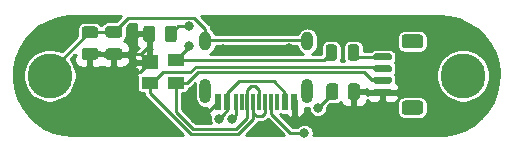
<source format=gbr>
%TF.GenerationSoftware,KiCad,Pcbnew,5.1.10-88a1d61d58~90~ubuntu20.04.1*%
%TF.CreationDate,2022-01-21T20:21:18-08:00*%
%TF.ProjectId,kb-db,6b622d64-622e-46b6-9963-61645f706362,rev?*%
%TF.SameCoordinates,Original*%
%TF.FileFunction,Copper,L1,Top*%
%TF.FilePolarity,Positive*%
%FSLAX46Y46*%
G04 Gerber Fmt 4.6, Leading zero omitted, Abs format (unit mm)*
G04 Created by KiCad (PCBNEW 5.1.10-88a1d61d58~90~ubuntu20.04.1) date 2022-01-21 20:21:18*
%MOMM*%
%LPD*%
G01*
G04 APERTURE LIST*
%TA.AperFunction,ComponentPad*%
%ADD10C,3.800000*%
%TD*%
%TA.AperFunction,SMDPad,CuDef*%
%ADD11R,0.600000X1.450000*%
%TD*%
%TA.AperFunction,SMDPad,CuDef*%
%ADD12R,0.300000X1.450000*%
%TD*%
%TA.AperFunction,ComponentPad*%
%ADD13O,1.000000X2.100000*%
%TD*%
%TA.AperFunction,ComponentPad*%
%ADD14O,1.000000X1.600000*%
%TD*%
%TA.AperFunction,SMDPad,CuDef*%
%ADD15R,1.400000X1.000000*%
%TD*%
%TA.AperFunction,SMDPad,CuDef*%
%ADD16R,1.400000X1.200000*%
%TD*%
%TA.AperFunction,ViaPad*%
%ADD17C,0.800000*%
%TD*%
%TA.AperFunction,Conductor*%
%ADD18C,0.250000*%
%TD*%
%TA.AperFunction,Conductor*%
%ADD19C,0.254000*%
%TD*%
%TA.AperFunction,Conductor*%
%ADD20C,0.100000*%
%TD*%
G04 APERTURE END LIST*
D10*
%TO.P,H2,1*%
%TO.N,Earth*%
X61487000Y-63472000D03*
%TD*%
%TO.P,H1,1*%
%TO.N,Net-(H1-Pad1)*%
X96487000Y-63472000D03*
%TD*%
%TO.P,J1,MP*%
%TO.N,N/C*%
%TA.AperFunction,SMDPad,CuDef*%
G36*
G01*
X91551999Y-65579000D02*
X92852001Y-65579000D01*
G75*
G02*
X93102000Y-65828999I0J-249999D01*
G01*
X93102000Y-66529001D01*
G75*
G02*
X92852001Y-66779000I-249999J0D01*
G01*
X91551999Y-66779000D01*
G75*
G02*
X91302000Y-66529001I0J249999D01*
G01*
X91302000Y-65828999D01*
G75*
G02*
X91551999Y-65579000I249999J0D01*
G01*
G37*
%TD.AperFunction*%
%TA.AperFunction,SMDPad,CuDef*%
G36*
G01*
X91551999Y-59979000D02*
X92852001Y-59979000D01*
G75*
G02*
X93102000Y-60228999I0J-249999D01*
G01*
X93102000Y-60929001D01*
G75*
G02*
X92852001Y-61179000I-249999J0D01*
G01*
X91551999Y-61179000D01*
G75*
G02*
X91302000Y-60929001I0J249999D01*
G01*
X91302000Y-60228999D01*
G75*
G02*
X91551999Y-59979000I249999J0D01*
G01*
G37*
%TD.AperFunction*%
%TO.P,J1,4*%
%TO.N,GND*%
%TA.AperFunction,SMDPad,CuDef*%
G36*
G01*
X89052000Y-64579000D02*
X90302000Y-64579000D01*
G75*
G02*
X90452000Y-64729000I0J-150000D01*
G01*
X90452000Y-65029000D01*
G75*
G02*
X90302000Y-65179000I-150000J0D01*
G01*
X89052000Y-65179000D01*
G75*
G02*
X88902000Y-65029000I0J150000D01*
G01*
X88902000Y-64729000D01*
G75*
G02*
X89052000Y-64579000I150000J0D01*
G01*
G37*
%TD.AperFunction*%
%TO.P,J1,3*%
%TO.N,D+*%
%TA.AperFunction,SMDPad,CuDef*%
G36*
G01*
X89052000Y-63579000D02*
X90302000Y-63579000D01*
G75*
G02*
X90452000Y-63729000I0J-150000D01*
G01*
X90452000Y-64029000D01*
G75*
G02*
X90302000Y-64179000I-150000J0D01*
G01*
X89052000Y-64179000D01*
G75*
G02*
X88902000Y-64029000I0J150000D01*
G01*
X88902000Y-63729000D01*
G75*
G02*
X89052000Y-63579000I150000J0D01*
G01*
G37*
%TD.AperFunction*%
%TO.P,J1,2*%
%TO.N,D-*%
%TA.AperFunction,SMDPad,CuDef*%
G36*
G01*
X89052000Y-62579000D02*
X90302000Y-62579000D01*
G75*
G02*
X90452000Y-62729000I0J-150000D01*
G01*
X90452000Y-63029000D01*
G75*
G02*
X90302000Y-63179000I-150000J0D01*
G01*
X89052000Y-63179000D01*
G75*
G02*
X88902000Y-63029000I0J150000D01*
G01*
X88902000Y-62729000D01*
G75*
G02*
X89052000Y-62579000I150000J0D01*
G01*
G37*
%TD.AperFunction*%
%TO.P,J1,1*%
%TO.N,+5V*%
%TA.AperFunction,SMDPad,CuDef*%
G36*
G01*
X89052000Y-61579000D02*
X90302000Y-61579000D01*
G75*
G02*
X90452000Y-61729000I0J-150000D01*
G01*
X90452000Y-62029000D01*
G75*
G02*
X90302000Y-62179000I-150000J0D01*
G01*
X89052000Y-62179000D01*
G75*
G02*
X88902000Y-62029000I0J150000D01*
G01*
X88902000Y-61729000D01*
G75*
G02*
X89052000Y-61579000I150000J0D01*
G01*
G37*
%TD.AperFunction*%
%TD*%
%TO.P,C1,2*%
%TO.N,GND*%
%TA.AperFunction,SMDPad,CuDef*%
G36*
G01*
X66454000Y-61156000D02*
X67404000Y-61156000D01*
G75*
G02*
X67654000Y-61406000I0J-250000D01*
G01*
X67654000Y-61906000D01*
G75*
G02*
X67404000Y-62156000I-250000J0D01*
G01*
X66454000Y-62156000D01*
G75*
G02*
X66204000Y-61906000I0J250000D01*
G01*
X66204000Y-61406000D01*
G75*
G02*
X66454000Y-61156000I250000J0D01*
G01*
G37*
%TD.AperFunction*%
%TO.P,C1,1*%
%TO.N,Earth*%
%TA.AperFunction,SMDPad,CuDef*%
G36*
G01*
X66454000Y-59256000D02*
X67404000Y-59256000D01*
G75*
G02*
X67654000Y-59506000I0J-250000D01*
G01*
X67654000Y-60006000D01*
G75*
G02*
X67404000Y-60256000I-250000J0D01*
G01*
X66454000Y-60256000D01*
G75*
G02*
X66204000Y-60006000I0J250000D01*
G01*
X66204000Y-59506000D01*
G75*
G02*
X66454000Y-59256000I250000J0D01*
G01*
G37*
%TD.AperFunction*%
%TD*%
D11*
%TO.P,USB1,12*%
%TO.N,GND*%
X75767000Y-65674000D03*
%TO.P,USB1,1*%
X82217000Y-65674000D03*
%TO.P,USB1,11*%
%TO.N,VCC*%
X76542000Y-65674000D03*
%TO.P,USB1,2*%
X81442000Y-65674000D03*
D12*
%TO.P,USB1,3*%
%TO.N,Net-(USB1-Pad3)*%
X80742000Y-65674000D03*
%TO.P,USB1,10*%
%TO.N,Net-(R2-Pad2)*%
X77242000Y-65674000D03*
%TO.P,USB1,4*%
%TO.N,Net-(R1-Pad2)*%
X80242000Y-65674000D03*
%TO.P,USB1,9*%
%TO.N,Net-(USB1-Pad9)*%
X77742000Y-65674000D03*
%TO.P,USB1,5*%
%TO.N,D-*%
X79742000Y-65674000D03*
%TO.P,USB1,8*%
%TO.N,D+*%
X78242000Y-65674000D03*
%TO.P,USB1,7*%
%TO.N,D-*%
X78742000Y-65674000D03*
%TO.P,USB1,6*%
%TO.N,D+*%
X79242000Y-65674000D03*
D13*
%TO.P,USB1,13*%
%TO.N,Earth*%
X83312000Y-64759000D03*
X74672000Y-64759000D03*
D14*
X83312000Y-60579000D03*
X74672000Y-60579000D03*
%TD*%
%TO.P,R5,2*%
%TO.N,GND*%
%TA.AperFunction,SMDPad,CuDef*%
G36*
G01*
X64446998Y-61129500D02*
X65347002Y-61129500D01*
G75*
G02*
X65597000Y-61379498I0J-249998D01*
G01*
X65597000Y-61904502D01*
G75*
G02*
X65347002Y-62154500I-249998J0D01*
G01*
X64446998Y-62154500D01*
G75*
G02*
X64197000Y-61904502I0J249998D01*
G01*
X64197000Y-61379498D01*
G75*
G02*
X64446998Y-61129500I249998J0D01*
G01*
G37*
%TD.AperFunction*%
%TO.P,R5,1*%
%TO.N,Earth*%
%TA.AperFunction,SMDPad,CuDef*%
G36*
G01*
X64446998Y-59304500D02*
X65347002Y-59304500D01*
G75*
G02*
X65597000Y-59554498I0J-249998D01*
G01*
X65597000Y-60079502D01*
G75*
G02*
X65347002Y-60329500I-249998J0D01*
G01*
X64446998Y-60329500D01*
G75*
G02*
X64197000Y-60079502I0J249998D01*
G01*
X64197000Y-59554498D01*
G75*
G02*
X64446998Y-59304500I249998J0D01*
G01*
G37*
%TD.AperFunction*%
%TD*%
%TO.P,R2,2*%
%TO.N,Net-(R2-Pad2)*%
%TA.AperFunction,SMDPad,CuDef*%
G36*
G01*
X71242500Y-60394002D02*
X71242500Y-59493998D01*
G75*
G02*
X71492498Y-59244000I249998J0D01*
G01*
X72017502Y-59244000D01*
G75*
G02*
X72267500Y-59493998I0J-249998D01*
G01*
X72267500Y-60394002D01*
G75*
G02*
X72017502Y-60644000I-249998J0D01*
G01*
X71492498Y-60644000D01*
G75*
G02*
X71242500Y-60394002I0J249998D01*
G01*
G37*
%TD.AperFunction*%
%TO.P,R2,1*%
%TO.N,GND*%
%TA.AperFunction,SMDPad,CuDef*%
G36*
G01*
X69417500Y-60394002D02*
X69417500Y-59493998D01*
G75*
G02*
X69667498Y-59244000I249998J0D01*
G01*
X70192502Y-59244000D01*
G75*
G02*
X70442500Y-59493998I0J-249998D01*
G01*
X70442500Y-60394002D01*
G75*
G02*
X70192502Y-60644000I-249998J0D01*
G01*
X69667498Y-60644000D01*
G75*
G02*
X69417500Y-60394002I0J249998D01*
G01*
G37*
%TD.AperFunction*%
%TD*%
%TO.P,R1,2*%
%TO.N,Net-(R1-Pad2)*%
%TA.AperFunction,SMDPad,CuDef*%
G36*
G01*
X85936500Y-64379998D02*
X85936500Y-65280002D01*
G75*
G02*
X85686502Y-65530000I-249998J0D01*
G01*
X85161498Y-65530000D01*
G75*
G02*
X84911500Y-65280002I0J249998D01*
G01*
X84911500Y-64379998D01*
G75*
G02*
X85161498Y-64130000I249998J0D01*
G01*
X85686502Y-64130000D01*
G75*
G02*
X85936500Y-64379998I0J-249998D01*
G01*
G37*
%TD.AperFunction*%
%TO.P,R1,1*%
%TO.N,GND*%
%TA.AperFunction,SMDPad,CuDef*%
G36*
G01*
X87761500Y-64379998D02*
X87761500Y-65280002D01*
G75*
G02*
X87511502Y-65530000I-249998J0D01*
G01*
X86986498Y-65530000D01*
G75*
G02*
X86736500Y-65280002I0J249998D01*
G01*
X86736500Y-64379998D01*
G75*
G02*
X86986498Y-64130000I249998J0D01*
G01*
X87511502Y-64130000D01*
G75*
G02*
X87761500Y-64379998I0J-249998D01*
G01*
G37*
%TD.AperFunction*%
%TD*%
%TO.P,F1,2*%
%TO.N,VCC*%
%TA.AperFunction,SMDPad,CuDef*%
G36*
G01*
X85824500Y-61071750D02*
X85824500Y-61984250D01*
G75*
G02*
X85580750Y-62228000I-243750J0D01*
G01*
X85093250Y-62228000D01*
G75*
G02*
X84849500Y-61984250I0J243750D01*
G01*
X84849500Y-61071750D01*
G75*
G02*
X85093250Y-60828000I243750J0D01*
G01*
X85580750Y-60828000D01*
G75*
G02*
X85824500Y-61071750I0J-243750D01*
G01*
G37*
%TD.AperFunction*%
%TO.P,F1,1*%
%TO.N,+5V*%
%TA.AperFunction,SMDPad,CuDef*%
G36*
G01*
X87699500Y-61071750D02*
X87699500Y-61984250D01*
G75*
G02*
X87455750Y-62228000I-243750J0D01*
G01*
X86968250Y-62228000D01*
G75*
G02*
X86724500Y-61984250I0J243750D01*
G01*
X86724500Y-61071750D01*
G75*
G02*
X86968250Y-60828000I243750J0D01*
G01*
X87455750Y-60828000D01*
G75*
G02*
X87699500Y-61071750I0J-243750D01*
G01*
G37*
%TD.AperFunction*%
%TD*%
D15*
%TO.P,D1,4*%
%TO.N,VCC*%
X72177000Y-62177000D03*
%TO.P,D1,3*%
%TO.N,D+*%
X72177000Y-64077000D03*
%TO.P,D1,2*%
%TO.N,D-*%
X69977000Y-64077000D03*
D16*
%TO.P,D1,1*%
%TO.N,GND*%
X69977000Y-62357000D03*
%TD*%
D17*
%TO.N,VCC*%
X73279000Y-60960000D03*
X75853014Y-67116004D03*
%TO.N,GND*%
X76156217Y-61259944D03*
X82169000Y-67564000D03*
X73785365Y-67110635D03*
X68700000Y-63179000D03*
X79936000Y-68072000D03*
X81781000Y-61147000D03*
%TO.N,Net-(R1-Pad2)*%
X83058000Y-68326000D03*
X84194000Y-66227000D03*
%TO.N,Net-(R2-Pad2)*%
X76955000Y-67116002D03*
X73279000Y-59309000D03*
%TD*%
D18*
%TO.N,Earth*%
X66868000Y-59817000D02*
X66929000Y-59756000D01*
X64897000Y-59817000D02*
X66868000Y-59817000D01*
X64823000Y-59817000D02*
X64897000Y-59817000D01*
X61487000Y-63153000D02*
X64823000Y-59817000D01*
X61487000Y-63472000D02*
X61487000Y-63153000D01*
X66929000Y-59756000D02*
X68101001Y-58583999D01*
X74672000Y-59499000D02*
X73756999Y-58583999D01*
X74672000Y-60579000D02*
X74672000Y-59499000D01*
X68101001Y-58583999D02*
X73756999Y-58583999D01*
X83154999Y-60421999D02*
X83312000Y-60579000D01*
X74829001Y-60421999D02*
X83154999Y-60421999D01*
X74672000Y-60579000D02*
X74829001Y-60421999D01*
%TO.N,VCC*%
X81442000Y-64913998D02*
X81442000Y-65674000D01*
X80466992Y-63938990D02*
X81442000Y-64913998D01*
X77517008Y-63938990D02*
X80466992Y-63938990D01*
X76542000Y-64913998D02*
X77517008Y-63938990D01*
X76542000Y-65674000D02*
X76542000Y-64913998D01*
X73279000Y-61075000D02*
X72177000Y-62177000D01*
X73279000Y-60960000D02*
X73279000Y-61075000D01*
X76542000Y-66427018D02*
X76253013Y-66716005D01*
X76253013Y-66716005D02*
X75853014Y-67116004D01*
X76542000Y-65674000D02*
X76542000Y-66427018D01*
X84688000Y-62177000D02*
X85337000Y-61528000D01*
X72177000Y-62177000D02*
X84688000Y-62177000D01*
%TO.N,+5V*%
X87563000Y-61879000D02*
X87212000Y-61528000D01*
X89677000Y-61879000D02*
X87563000Y-61879000D01*
%TO.N,GND*%
X82169000Y-65722000D02*
X82217000Y-65674000D01*
X82169000Y-67564000D02*
X82169000Y-65722000D01*
X74330365Y-67110635D02*
X73785365Y-67110635D01*
X75767000Y-65674000D02*
X74330365Y-67110635D01*
X69262000Y-61642000D02*
X69977000Y-62357000D01*
X64897000Y-61642000D02*
X69262000Y-61642000D01*
X69930000Y-60974000D02*
X69262000Y-61642000D01*
X69930000Y-59944000D02*
X69930000Y-60974000D01*
X69155000Y-63179000D02*
X69977000Y-62357000D01*
X68700000Y-63179000D02*
X69155000Y-63179000D01*
X87298000Y-64879000D02*
X87249000Y-64830000D01*
X89677000Y-64879000D02*
X87298000Y-64879000D01*
X89677000Y-65390000D02*
X89677000Y-64879000D01*
X88078000Y-66989000D02*
X89677000Y-65390000D01*
X82744000Y-66989000D02*
X88078000Y-66989000D01*
X82169000Y-67564000D02*
X82744000Y-66989000D01*
%TO.N,D+*%
X78242000Y-64713998D02*
X78566998Y-64389000D01*
X78242000Y-65674000D02*
X78242000Y-64713998D01*
X79242000Y-64713998D02*
X79242000Y-65674000D01*
X78917002Y-64389000D02*
X79242000Y-64713998D01*
X78566998Y-64389000D02*
X78917002Y-64389000D01*
X78242000Y-65674000D02*
X78242000Y-67029004D01*
X78242000Y-67029004D02*
X77266004Y-68005000D01*
X72177000Y-66527590D02*
X72177000Y-64077000D01*
X73654410Y-68005000D02*
X72177000Y-66527590D01*
X77266004Y-68005000D02*
X73654410Y-68005000D01*
X89675000Y-63881000D02*
X89677000Y-63879000D01*
X88767500Y-63879000D02*
X89677000Y-63879000D01*
X88067500Y-63179000D02*
X88767500Y-63879000D01*
X74034000Y-63179000D02*
X88067500Y-63179000D01*
X73145000Y-64068000D02*
X74034000Y-63179000D01*
X72186000Y-64068000D02*
X73145000Y-64068000D01*
X72177000Y-64077000D02*
X72186000Y-64068000D01*
%TO.N,D-*%
X78742000Y-66634002D02*
X79036998Y-66929000D01*
X78742000Y-65674000D02*
X78742000Y-66634002D01*
X79742000Y-66634002D02*
X79742000Y-65674000D01*
X79447002Y-66929000D02*
X79742000Y-66634002D01*
X79036998Y-66929000D02*
X79447002Y-66929000D01*
X69977000Y-64964000D02*
X69977000Y-64077000D01*
X77452404Y-68455011D02*
X73468011Y-68455011D01*
X78742000Y-67165415D02*
X77452404Y-68455011D01*
X73468011Y-68455011D02*
X69977000Y-64964000D01*
X78742000Y-66634002D02*
X78742000Y-67165415D01*
X89526990Y-62728990D02*
X89677000Y-62879000D01*
X73847600Y-62728990D02*
X89526990Y-62728990D01*
X73397590Y-63179000D02*
X73847600Y-62728990D01*
X71075000Y-63179000D02*
X73397590Y-63179000D01*
X70177000Y-64077000D02*
X71075000Y-63179000D01*
X69977000Y-64077000D02*
X70177000Y-64077000D01*
%TO.N,Net-(R1-Pad2)*%
X80242000Y-66710002D02*
X81857998Y-68326000D01*
X80242000Y-65674000D02*
X80242000Y-66710002D01*
X81857998Y-68326000D02*
X83058000Y-68326000D01*
X84254000Y-66167000D02*
X84194000Y-66227000D01*
X85424000Y-64997000D02*
X84194000Y-66227000D01*
X85424000Y-64830000D02*
X85424000Y-64997000D01*
%TO.N,Net-(R2-Pad2)*%
X77242000Y-66829002D02*
X76955000Y-67116002D01*
X77242000Y-65674000D02*
X77242000Y-66829002D01*
X72390000Y-59309000D02*
X71755000Y-59944000D01*
X73279000Y-59309000D02*
X72390000Y-59309000D01*
%TD*%
D19*
%TO.N,GND*%
X81332406Y-68516000D02*
X78107006Y-68516000D01*
X79082220Y-67540787D01*
X79101527Y-67524942D01*
X79164759Y-67447894D01*
X79171651Y-67435000D01*
X79422156Y-67435000D01*
X79447002Y-67437447D01*
X79471848Y-67435000D01*
X79471856Y-67435000D01*
X79546195Y-67427678D01*
X79641577Y-67398745D01*
X79729481Y-67351759D01*
X79806529Y-67288527D01*
X79822378Y-67269215D01*
X79954000Y-67137593D01*
X81332406Y-68516000D01*
%TA.AperFunction,Conductor*%
D20*
G36*
X81332406Y-68516000D02*
G01*
X78107006Y-68516000D01*
X79082220Y-67540787D01*
X79101527Y-67524942D01*
X79164759Y-67447894D01*
X79171651Y-67435000D01*
X79422156Y-67435000D01*
X79447002Y-67437447D01*
X79471848Y-67435000D01*
X79471856Y-67435000D01*
X79546195Y-67427678D01*
X79641577Y-67398745D01*
X79729481Y-67351759D01*
X79806529Y-67288527D01*
X79822378Y-67269215D01*
X79954000Y-67137593D01*
X81332406Y-68516000D01*
G37*
%TD.AperFunction*%
D19*
X67096252Y-58873157D02*
X66454000Y-58873157D01*
X66330538Y-58885317D01*
X66211821Y-58921329D01*
X66102411Y-58979810D01*
X66006512Y-59058512D01*
X65927810Y-59154411D01*
X65887538Y-59229754D01*
X65873190Y-59202910D01*
X65794488Y-59107012D01*
X65698590Y-59028310D01*
X65589180Y-58969829D01*
X65470463Y-58933817D01*
X65347002Y-58921657D01*
X64446998Y-58921657D01*
X64323537Y-58933817D01*
X64204820Y-58969829D01*
X64095410Y-59028310D01*
X63999512Y-59107012D01*
X63920810Y-59202910D01*
X63862329Y-59312320D01*
X63826317Y-59431037D01*
X63814157Y-59554498D01*
X63814157Y-60079502D01*
X63816914Y-60107494D01*
X62501235Y-61423173D01*
X62152343Y-61278657D01*
X61711659Y-61191000D01*
X61262341Y-61191000D01*
X60821657Y-61278657D01*
X60406541Y-61450604D01*
X60032947Y-61700231D01*
X59715231Y-62017947D01*
X59465604Y-62391541D01*
X59293657Y-62806657D01*
X59206000Y-63247341D01*
X59206000Y-63696659D01*
X59293657Y-64137343D01*
X59465604Y-64552459D01*
X59715231Y-64926053D01*
X60032947Y-65243769D01*
X60406541Y-65493396D01*
X60821657Y-65665343D01*
X61262341Y-65753000D01*
X61711659Y-65753000D01*
X62152343Y-65665343D01*
X62567459Y-65493396D01*
X62941053Y-65243769D01*
X63258769Y-64926053D01*
X63508396Y-64552459D01*
X63680343Y-64137343D01*
X63768000Y-63696659D01*
X63768000Y-63247341D01*
X63680343Y-62806657D01*
X63508396Y-62391541D01*
X63290362Y-62065229D01*
X63586590Y-61769002D01*
X63720748Y-61769002D01*
X63562000Y-61927750D01*
X63558928Y-62154500D01*
X63571188Y-62278982D01*
X63607498Y-62398680D01*
X63666463Y-62508994D01*
X63745815Y-62605685D01*
X63842506Y-62685037D01*
X63952820Y-62744002D01*
X64072518Y-62780312D01*
X64197000Y-62792572D01*
X64611250Y-62789500D01*
X64770000Y-62630750D01*
X64770000Y-61769000D01*
X65024000Y-61769000D01*
X65024000Y-62630750D01*
X65182750Y-62789500D01*
X65597000Y-62792572D01*
X65721482Y-62780312D01*
X65841180Y-62744002D01*
X65899097Y-62713044D01*
X65959820Y-62745502D01*
X66079518Y-62781812D01*
X66204000Y-62794072D01*
X66643250Y-62791000D01*
X66802000Y-62632250D01*
X66802000Y-61783000D01*
X67056000Y-61783000D01*
X67056000Y-62632250D01*
X67214750Y-62791000D01*
X67654000Y-62794072D01*
X67778482Y-62781812D01*
X67898180Y-62745502D01*
X68008494Y-62686537D01*
X68105185Y-62607185D01*
X68184537Y-62510494D01*
X68243502Y-62400180D01*
X68279812Y-62280482D01*
X68292072Y-62156000D01*
X68289000Y-61941750D01*
X68130250Y-61783000D01*
X67056000Y-61783000D01*
X66802000Y-61783000D01*
X66087250Y-61783000D01*
X66073250Y-61769000D01*
X65024000Y-61769000D01*
X64770000Y-61769000D01*
X64750000Y-61769000D01*
X64750000Y-61757000D01*
X68638928Y-61757000D01*
X68642000Y-62071250D01*
X68800750Y-62230000D01*
X69850000Y-62230000D01*
X69850000Y-61280750D01*
X69746250Y-61177000D01*
X69803000Y-61120250D01*
X69803000Y-60071000D01*
X68941250Y-60071000D01*
X68782500Y-60229750D01*
X68779428Y-60644000D01*
X68791688Y-60768482D01*
X68827998Y-60888180D01*
X68886963Y-60998494D01*
X68966315Y-61095185D01*
X69048597Y-61162712D01*
X69032820Y-61167498D01*
X68922506Y-61226463D01*
X68825815Y-61305815D01*
X68746463Y-61402506D01*
X68687498Y-61512820D01*
X68651188Y-61632518D01*
X68638928Y-61757000D01*
X64750000Y-61757000D01*
X64750000Y-61515000D01*
X64770000Y-61515000D01*
X64770000Y-61495000D01*
X65024000Y-61495000D01*
X65024000Y-61515000D01*
X65713750Y-61515000D01*
X65727750Y-61529000D01*
X66802000Y-61529000D01*
X66802000Y-61509000D01*
X67056000Y-61509000D01*
X67056000Y-61529000D01*
X68130250Y-61529000D01*
X68289000Y-61370250D01*
X68292072Y-61156000D01*
X68279812Y-61031518D01*
X68243502Y-60911820D01*
X68184537Y-60801506D01*
X68105185Y-60704815D01*
X68008494Y-60625463D01*
X67898180Y-60566498D01*
X67778482Y-60530188D01*
X67760220Y-60528389D01*
X67851488Y-60453488D01*
X67930190Y-60357589D01*
X67988671Y-60248179D01*
X68024683Y-60129462D01*
X68036843Y-60006000D01*
X68036843Y-59506000D01*
X68024683Y-59382538D01*
X68023140Y-59377452D01*
X68310593Y-59089999D01*
X68800642Y-59089999D01*
X68791688Y-59119518D01*
X68779428Y-59244000D01*
X68782500Y-59658250D01*
X68941250Y-59817000D01*
X69803000Y-59817000D01*
X69803000Y-59797000D01*
X70057000Y-59797000D01*
X70057000Y-59817000D01*
X70077000Y-59817000D01*
X70077000Y-60071000D01*
X70057000Y-60071000D01*
X70057000Y-61120250D01*
X70160750Y-61224000D01*
X70104000Y-61280750D01*
X70104000Y-62230000D01*
X70124000Y-62230000D01*
X70124000Y-62484000D01*
X70104000Y-62484000D01*
X70104000Y-62504000D01*
X69850000Y-62504000D01*
X69850000Y-62484000D01*
X68800750Y-62484000D01*
X68642000Y-62642750D01*
X68638928Y-62957000D01*
X68651188Y-63081482D01*
X68687498Y-63201180D01*
X68746463Y-63311494D01*
X68825815Y-63408185D01*
X68909286Y-63476687D01*
X68901513Y-63502311D01*
X68894157Y-63577000D01*
X68894157Y-64577000D01*
X68901513Y-64651689D01*
X68923299Y-64723508D01*
X68958678Y-64789696D01*
X69006289Y-64847711D01*
X69064304Y-64895322D01*
X69130492Y-64930701D01*
X69202311Y-64952487D01*
X69277000Y-64959843D01*
X69468962Y-64959843D01*
X69468553Y-64964000D01*
X69471000Y-64988846D01*
X69471000Y-64988853D01*
X69478322Y-65063192D01*
X69507255Y-65158574D01*
X69554241Y-65246479D01*
X69617473Y-65323527D01*
X69636785Y-65339376D01*
X72813408Y-68516000D01*
X63506309Y-68516000D01*
X62637420Y-68442274D01*
X61812125Y-68228070D01*
X61034725Y-67877877D01*
X60327434Y-67401701D01*
X59710493Y-66813167D01*
X59201534Y-66129103D01*
X58815107Y-65369055D01*
X58562265Y-64554774D01*
X58450237Y-63709526D01*
X58482223Y-62857491D01*
X58657313Y-62023022D01*
X58970496Y-61229993D01*
X59412827Y-60501054D01*
X59971640Y-59857080D01*
X60630978Y-59316456D01*
X61371972Y-58894658D01*
X62173445Y-58603737D01*
X63020934Y-58450486D01*
X63497750Y-58428000D01*
X67541408Y-58428000D01*
X67096252Y-58873157D01*
%TA.AperFunction,Conductor*%
D20*
G36*
X67096252Y-58873157D02*
G01*
X66454000Y-58873157D01*
X66330538Y-58885317D01*
X66211821Y-58921329D01*
X66102411Y-58979810D01*
X66006512Y-59058512D01*
X65927810Y-59154411D01*
X65887538Y-59229754D01*
X65873190Y-59202910D01*
X65794488Y-59107012D01*
X65698590Y-59028310D01*
X65589180Y-58969829D01*
X65470463Y-58933817D01*
X65347002Y-58921657D01*
X64446998Y-58921657D01*
X64323537Y-58933817D01*
X64204820Y-58969829D01*
X64095410Y-59028310D01*
X63999512Y-59107012D01*
X63920810Y-59202910D01*
X63862329Y-59312320D01*
X63826317Y-59431037D01*
X63814157Y-59554498D01*
X63814157Y-60079502D01*
X63816914Y-60107494D01*
X62501235Y-61423173D01*
X62152343Y-61278657D01*
X61711659Y-61191000D01*
X61262341Y-61191000D01*
X60821657Y-61278657D01*
X60406541Y-61450604D01*
X60032947Y-61700231D01*
X59715231Y-62017947D01*
X59465604Y-62391541D01*
X59293657Y-62806657D01*
X59206000Y-63247341D01*
X59206000Y-63696659D01*
X59293657Y-64137343D01*
X59465604Y-64552459D01*
X59715231Y-64926053D01*
X60032947Y-65243769D01*
X60406541Y-65493396D01*
X60821657Y-65665343D01*
X61262341Y-65753000D01*
X61711659Y-65753000D01*
X62152343Y-65665343D01*
X62567459Y-65493396D01*
X62941053Y-65243769D01*
X63258769Y-64926053D01*
X63508396Y-64552459D01*
X63680343Y-64137343D01*
X63768000Y-63696659D01*
X63768000Y-63247341D01*
X63680343Y-62806657D01*
X63508396Y-62391541D01*
X63290362Y-62065229D01*
X63586590Y-61769002D01*
X63720748Y-61769002D01*
X63562000Y-61927750D01*
X63558928Y-62154500D01*
X63571188Y-62278982D01*
X63607498Y-62398680D01*
X63666463Y-62508994D01*
X63745815Y-62605685D01*
X63842506Y-62685037D01*
X63952820Y-62744002D01*
X64072518Y-62780312D01*
X64197000Y-62792572D01*
X64611250Y-62789500D01*
X64770000Y-62630750D01*
X64770000Y-61769000D01*
X65024000Y-61769000D01*
X65024000Y-62630750D01*
X65182750Y-62789500D01*
X65597000Y-62792572D01*
X65721482Y-62780312D01*
X65841180Y-62744002D01*
X65899097Y-62713044D01*
X65959820Y-62745502D01*
X66079518Y-62781812D01*
X66204000Y-62794072D01*
X66643250Y-62791000D01*
X66802000Y-62632250D01*
X66802000Y-61783000D01*
X67056000Y-61783000D01*
X67056000Y-62632250D01*
X67214750Y-62791000D01*
X67654000Y-62794072D01*
X67778482Y-62781812D01*
X67898180Y-62745502D01*
X68008494Y-62686537D01*
X68105185Y-62607185D01*
X68184537Y-62510494D01*
X68243502Y-62400180D01*
X68279812Y-62280482D01*
X68292072Y-62156000D01*
X68289000Y-61941750D01*
X68130250Y-61783000D01*
X67056000Y-61783000D01*
X66802000Y-61783000D01*
X66087250Y-61783000D01*
X66073250Y-61769000D01*
X65024000Y-61769000D01*
X64770000Y-61769000D01*
X64750000Y-61769000D01*
X64750000Y-61757000D01*
X68638928Y-61757000D01*
X68642000Y-62071250D01*
X68800750Y-62230000D01*
X69850000Y-62230000D01*
X69850000Y-61280750D01*
X69746250Y-61177000D01*
X69803000Y-61120250D01*
X69803000Y-60071000D01*
X68941250Y-60071000D01*
X68782500Y-60229750D01*
X68779428Y-60644000D01*
X68791688Y-60768482D01*
X68827998Y-60888180D01*
X68886963Y-60998494D01*
X68966315Y-61095185D01*
X69048597Y-61162712D01*
X69032820Y-61167498D01*
X68922506Y-61226463D01*
X68825815Y-61305815D01*
X68746463Y-61402506D01*
X68687498Y-61512820D01*
X68651188Y-61632518D01*
X68638928Y-61757000D01*
X64750000Y-61757000D01*
X64750000Y-61515000D01*
X64770000Y-61515000D01*
X64770000Y-61495000D01*
X65024000Y-61495000D01*
X65024000Y-61515000D01*
X65713750Y-61515000D01*
X65727750Y-61529000D01*
X66802000Y-61529000D01*
X66802000Y-61509000D01*
X67056000Y-61509000D01*
X67056000Y-61529000D01*
X68130250Y-61529000D01*
X68289000Y-61370250D01*
X68292072Y-61156000D01*
X68279812Y-61031518D01*
X68243502Y-60911820D01*
X68184537Y-60801506D01*
X68105185Y-60704815D01*
X68008494Y-60625463D01*
X67898180Y-60566498D01*
X67778482Y-60530188D01*
X67760220Y-60528389D01*
X67851488Y-60453488D01*
X67930190Y-60357589D01*
X67988671Y-60248179D01*
X68024683Y-60129462D01*
X68036843Y-60006000D01*
X68036843Y-59506000D01*
X68024683Y-59382538D01*
X68023140Y-59377452D01*
X68310593Y-59089999D01*
X68800642Y-59089999D01*
X68791688Y-59119518D01*
X68779428Y-59244000D01*
X68782500Y-59658250D01*
X68941250Y-59817000D01*
X69803000Y-59817000D01*
X69803000Y-59797000D01*
X70057000Y-59797000D01*
X70057000Y-59817000D01*
X70077000Y-59817000D01*
X70077000Y-60071000D01*
X70057000Y-60071000D01*
X70057000Y-61120250D01*
X70160750Y-61224000D01*
X70104000Y-61280750D01*
X70104000Y-62230000D01*
X70124000Y-62230000D01*
X70124000Y-62484000D01*
X70104000Y-62484000D01*
X70104000Y-62504000D01*
X69850000Y-62504000D01*
X69850000Y-62484000D01*
X68800750Y-62484000D01*
X68642000Y-62642750D01*
X68638928Y-62957000D01*
X68651188Y-63081482D01*
X68687498Y-63201180D01*
X68746463Y-63311494D01*
X68825815Y-63408185D01*
X68909286Y-63476687D01*
X68901513Y-63502311D01*
X68894157Y-63577000D01*
X68894157Y-64577000D01*
X68901513Y-64651689D01*
X68923299Y-64723508D01*
X68958678Y-64789696D01*
X69006289Y-64847711D01*
X69064304Y-64895322D01*
X69130492Y-64930701D01*
X69202311Y-64952487D01*
X69277000Y-64959843D01*
X69468962Y-64959843D01*
X69468553Y-64964000D01*
X69471000Y-64988846D01*
X69471000Y-64988853D01*
X69478322Y-65063192D01*
X69507255Y-65158574D01*
X69554241Y-65246479D01*
X69617473Y-65323527D01*
X69636785Y-65339376D01*
X72813408Y-68516000D01*
X63506309Y-68516000D01*
X62637420Y-68442274D01*
X61812125Y-68228070D01*
X61034725Y-67877877D01*
X60327434Y-67401701D01*
X59710493Y-66813167D01*
X59201534Y-66129103D01*
X58815107Y-65369055D01*
X58562265Y-64554774D01*
X58450237Y-63709526D01*
X58482223Y-62857491D01*
X58657313Y-62023022D01*
X58970496Y-61229993D01*
X59412827Y-60501054D01*
X59971640Y-59857080D01*
X60630978Y-59316456D01*
X61371972Y-58894658D01*
X62173445Y-58603737D01*
X63020934Y-58450486D01*
X63497750Y-58428000D01*
X67541408Y-58428000D01*
X67096252Y-58873157D01*
G37*
%TD.AperFunction*%
D19*
X95336581Y-58501726D02*
X96161880Y-58715931D01*
X96939275Y-59066123D01*
X97646563Y-59542296D01*
X98263505Y-60130830D01*
X98772464Y-60814895D01*
X99158893Y-61574945D01*
X99411735Y-62389227D01*
X99523763Y-63234474D01*
X99491777Y-64086509D01*
X99316687Y-64920978D01*
X99003503Y-65714010D01*
X98561175Y-66442942D01*
X98002360Y-67086921D01*
X97343022Y-67627544D01*
X96602030Y-68049341D01*
X95800559Y-68340261D01*
X94953066Y-68493514D01*
X94476250Y-68516000D01*
X83816508Y-68516000D01*
X83839000Y-68402922D01*
X83839000Y-68249078D01*
X83808987Y-68098191D01*
X83750113Y-67956058D01*
X83664642Y-67828141D01*
X83555859Y-67719358D01*
X83427942Y-67633887D01*
X83285809Y-67575013D01*
X83134922Y-67545000D01*
X82981078Y-67545000D01*
X82830191Y-67575013D01*
X82688058Y-67633887D01*
X82560141Y-67719358D01*
X82459499Y-67820000D01*
X82067590Y-67820000D01*
X81009185Y-66761596D01*
X81017000Y-66759225D01*
X81067311Y-66774487D01*
X81142000Y-66781843D01*
X81409728Y-66781843D01*
X81465815Y-66850185D01*
X81562506Y-66929537D01*
X81672820Y-66988502D01*
X81792518Y-67024812D01*
X81917000Y-67037072D01*
X81931250Y-67034000D01*
X82090000Y-66875250D01*
X82090000Y-66556174D01*
X82095701Y-66545508D01*
X82117487Y-66473689D01*
X82124843Y-66399000D01*
X82124843Y-65527000D01*
X82344000Y-65527000D01*
X82344000Y-65547000D01*
X82364000Y-65547000D01*
X82364000Y-65801000D01*
X82344000Y-65801000D01*
X82344000Y-66875250D01*
X82502750Y-67034000D01*
X82517000Y-67037072D01*
X82641482Y-67024812D01*
X82761180Y-66988502D01*
X82871494Y-66929537D01*
X82968185Y-66850185D01*
X83047537Y-66753494D01*
X83106502Y-66643180D01*
X83142812Y-66523482D01*
X83155072Y-66399000D01*
X83153531Y-66178654D01*
X83312000Y-66194262D01*
X83413000Y-66184314D01*
X83413000Y-66303922D01*
X83443013Y-66454809D01*
X83501887Y-66596942D01*
X83587358Y-66724859D01*
X83696141Y-66833642D01*
X83824058Y-66919113D01*
X83966191Y-66977987D01*
X84117078Y-67008000D01*
X84270922Y-67008000D01*
X84421809Y-66977987D01*
X84563942Y-66919113D01*
X84691859Y-66833642D01*
X84800642Y-66724859D01*
X84886113Y-66596942D01*
X84944987Y-66454809D01*
X84975000Y-66303922D01*
X84975000Y-66161591D01*
X85223749Y-65912843D01*
X85686502Y-65912843D01*
X85809963Y-65900683D01*
X85928680Y-65864671D01*
X86038090Y-65806190D01*
X86133064Y-65728246D01*
X86146998Y-65774180D01*
X86205963Y-65884494D01*
X86285315Y-65981185D01*
X86382006Y-66060537D01*
X86492320Y-66119502D01*
X86612018Y-66155812D01*
X86736500Y-66168072D01*
X86963250Y-66165000D01*
X87122000Y-66006250D01*
X87122000Y-64957000D01*
X87376000Y-64957000D01*
X87376000Y-66006250D01*
X87534750Y-66165000D01*
X87761500Y-66168072D01*
X87885982Y-66155812D01*
X88005680Y-66119502D01*
X88115994Y-66060537D01*
X88212685Y-65981185D01*
X88292037Y-65884494D01*
X88321700Y-65828999D01*
X90919157Y-65828999D01*
X90919157Y-66529001D01*
X90931317Y-66652462D01*
X90967329Y-66771179D01*
X91025810Y-66880589D01*
X91104512Y-66976488D01*
X91200411Y-67055190D01*
X91309821Y-67113671D01*
X91428538Y-67149683D01*
X91551999Y-67161843D01*
X92852001Y-67161843D01*
X92975462Y-67149683D01*
X93094179Y-67113671D01*
X93203589Y-67055190D01*
X93299488Y-66976488D01*
X93378190Y-66880589D01*
X93436671Y-66771179D01*
X93472683Y-66652462D01*
X93484843Y-66529001D01*
X93484843Y-65828999D01*
X93472683Y-65705538D01*
X93436671Y-65586821D01*
X93378190Y-65477411D01*
X93299488Y-65381512D01*
X93203589Y-65302810D01*
X93094179Y-65244329D01*
X92975462Y-65208317D01*
X92852001Y-65196157D01*
X91551999Y-65196157D01*
X91428538Y-65208317D01*
X91309821Y-65244329D01*
X91200411Y-65302810D01*
X91104512Y-65381512D01*
X91025810Y-65477411D01*
X90967329Y-65586821D01*
X90931317Y-65705538D01*
X90919157Y-65828999D01*
X88321700Y-65828999D01*
X88351002Y-65774180D01*
X88387312Y-65654482D01*
X88396253Y-65563701D01*
X88450815Y-65630185D01*
X88547506Y-65709537D01*
X88657820Y-65768502D01*
X88777518Y-65804812D01*
X88902000Y-65817072D01*
X89391250Y-65814000D01*
X89550000Y-65655250D01*
X89550000Y-65006000D01*
X89804000Y-65006000D01*
X89804000Y-65655250D01*
X89962750Y-65814000D01*
X90452000Y-65817072D01*
X90576482Y-65804812D01*
X90696180Y-65768502D01*
X90806494Y-65709537D01*
X90903185Y-65630185D01*
X90982537Y-65533494D01*
X91041502Y-65423180D01*
X91077812Y-65303482D01*
X91090072Y-65179000D01*
X91087000Y-65164750D01*
X90928250Y-65006000D01*
X89804000Y-65006000D01*
X89550000Y-65006000D01*
X88425750Y-65006000D01*
X88356250Y-65075500D01*
X88237750Y-64957000D01*
X87376000Y-64957000D01*
X87122000Y-64957000D01*
X87102000Y-64957000D01*
X87102000Y-64703000D01*
X87122000Y-64703000D01*
X87122000Y-64683000D01*
X87376000Y-64683000D01*
X87376000Y-64703000D01*
X88237750Y-64703000D01*
X88307250Y-64633500D01*
X88425750Y-64752000D01*
X89550000Y-64752000D01*
X89550000Y-64732000D01*
X89804000Y-64732000D01*
X89804000Y-64752000D01*
X90928250Y-64752000D01*
X91087000Y-64593250D01*
X91090072Y-64579000D01*
X91077812Y-64454518D01*
X91041502Y-64334820D01*
X90982537Y-64224506D01*
X90903185Y-64127815D01*
X90830950Y-64068533D01*
X90834843Y-64029000D01*
X90834843Y-63729000D01*
X90824605Y-63625047D01*
X90794283Y-63525090D01*
X90745043Y-63432968D01*
X90700752Y-63379000D01*
X90745043Y-63325032D01*
X90786569Y-63247341D01*
X94206000Y-63247341D01*
X94206000Y-63696659D01*
X94293657Y-64137343D01*
X94465604Y-64552459D01*
X94715231Y-64926053D01*
X95032947Y-65243769D01*
X95406541Y-65493396D01*
X95821657Y-65665343D01*
X96262341Y-65753000D01*
X96711659Y-65753000D01*
X97152343Y-65665343D01*
X97567459Y-65493396D01*
X97941053Y-65243769D01*
X98258769Y-64926053D01*
X98508396Y-64552459D01*
X98680343Y-64137343D01*
X98768000Y-63696659D01*
X98768000Y-63247341D01*
X98680343Y-62806657D01*
X98508396Y-62391541D01*
X98258769Y-62017947D01*
X97941053Y-61700231D01*
X97567459Y-61450604D01*
X97152343Y-61278657D01*
X96711659Y-61191000D01*
X96262341Y-61191000D01*
X95821657Y-61278657D01*
X95406541Y-61450604D01*
X95032947Y-61700231D01*
X94715231Y-62017947D01*
X94465604Y-62391541D01*
X94293657Y-62806657D01*
X94206000Y-63247341D01*
X90786569Y-63247341D01*
X90794283Y-63232910D01*
X90824605Y-63132953D01*
X90834843Y-63029000D01*
X90834843Y-62729000D01*
X90824605Y-62625047D01*
X90794283Y-62525090D01*
X90745043Y-62432968D01*
X90700752Y-62379000D01*
X90745043Y-62325032D01*
X90794283Y-62232910D01*
X90824605Y-62132953D01*
X90834843Y-62029000D01*
X90834843Y-61729000D01*
X90824605Y-61625047D01*
X90794283Y-61525090D01*
X90745043Y-61432968D01*
X90678777Y-61352223D01*
X90598032Y-61285957D01*
X90505910Y-61236717D01*
X90405953Y-61206395D01*
X90302000Y-61196157D01*
X89052000Y-61196157D01*
X88948047Y-61206395D01*
X88848090Y-61236717D01*
X88755968Y-61285957D01*
X88675223Y-61352223D01*
X88658172Y-61373000D01*
X88082343Y-61373000D01*
X88082343Y-61071750D01*
X88070303Y-60949508D01*
X88034646Y-60831963D01*
X87976743Y-60723634D01*
X87898818Y-60628682D01*
X87803866Y-60550757D01*
X87695537Y-60492854D01*
X87577992Y-60457197D01*
X87455750Y-60445157D01*
X86968250Y-60445157D01*
X86846008Y-60457197D01*
X86728463Y-60492854D01*
X86620134Y-60550757D01*
X86525182Y-60628682D01*
X86447257Y-60723634D01*
X86389354Y-60831963D01*
X86353697Y-60949508D01*
X86341657Y-61071750D01*
X86341657Y-61984250D01*
X86353697Y-62106492D01*
X86389036Y-62222990D01*
X86159964Y-62222990D01*
X86195303Y-62106492D01*
X86207343Y-61984250D01*
X86207343Y-61071750D01*
X86195303Y-60949508D01*
X86159646Y-60831963D01*
X86101743Y-60723634D01*
X86023818Y-60628682D01*
X85928866Y-60550757D01*
X85820537Y-60492854D01*
X85702992Y-60457197D01*
X85580750Y-60445157D01*
X85093250Y-60445157D01*
X84971008Y-60457197D01*
X84853463Y-60492854D01*
X84745134Y-60550757D01*
X84650182Y-60628682D01*
X84572257Y-60723634D01*
X84514354Y-60831963D01*
X84478697Y-60949508D01*
X84466657Y-61071750D01*
X84466657Y-61671000D01*
X83699183Y-61671000D01*
X83803824Y-61615068D01*
X83937975Y-61504975D01*
X84048068Y-61370825D01*
X84129875Y-61217775D01*
X84180252Y-61051706D01*
X84193000Y-60922273D01*
X84193000Y-60235727D01*
X84192338Y-60228999D01*
X90919157Y-60228999D01*
X90919157Y-60929001D01*
X90931317Y-61052462D01*
X90967329Y-61171179D01*
X91025810Y-61280589D01*
X91104512Y-61376488D01*
X91200411Y-61455190D01*
X91309821Y-61513671D01*
X91428538Y-61549683D01*
X91551999Y-61561843D01*
X92852001Y-61561843D01*
X92975462Y-61549683D01*
X93094179Y-61513671D01*
X93203589Y-61455190D01*
X93299488Y-61376488D01*
X93378190Y-61280589D01*
X93436671Y-61171179D01*
X93472683Y-61052462D01*
X93484843Y-60929001D01*
X93484843Y-60228999D01*
X93472683Y-60105538D01*
X93436671Y-59986821D01*
X93378190Y-59877411D01*
X93299488Y-59781512D01*
X93203589Y-59702810D01*
X93094179Y-59644329D01*
X92975462Y-59608317D01*
X92852001Y-59596157D01*
X91551999Y-59596157D01*
X91428538Y-59608317D01*
X91309821Y-59644329D01*
X91200411Y-59702810D01*
X91104512Y-59781512D01*
X91025810Y-59877411D01*
X90967329Y-59986821D01*
X90931317Y-60105538D01*
X90919157Y-60228999D01*
X84192338Y-60228999D01*
X84180252Y-60106294D01*
X84129875Y-59940225D01*
X84048068Y-59787175D01*
X83937975Y-59653025D01*
X83803825Y-59542932D01*
X83650775Y-59461125D01*
X83484706Y-59410748D01*
X83312000Y-59393738D01*
X83139295Y-59410748D01*
X82973226Y-59461125D01*
X82820176Y-59542932D01*
X82686026Y-59653025D01*
X82575933Y-59787175D01*
X82507074Y-59915999D01*
X75476926Y-59915999D01*
X75408068Y-59787175D01*
X75297975Y-59653025D01*
X75178000Y-59554565D01*
X75178000Y-59523854D01*
X75180448Y-59499000D01*
X75170678Y-59399807D01*
X75141745Y-59304425D01*
X75135334Y-59292431D01*
X75094759Y-59216521D01*
X75031527Y-59139473D01*
X75012220Y-59123628D01*
X74316591Y-58428000D01*
X94467691Y-58428000D01*
X95336581Y-58501726D01*
%TA.AperFunction,Conductor*%
D20*
G36*
X95336581Y-58501726D02*
G01*
X96161880Y-58715931D01*
X96939275Y-59066123D01*
X97646563Y-59542296D01*
X98263505Y-60130830D01*
X98772464Y-60814895D01*
X99158893Y-61574945D01*
X99411735Y-62389227D01*
X99523763Y-63234474D01*
X99491777Y-64086509D01*
X99316687Y-64920978D01*
X99003503Y-65714010D01*
X98561175Y-66442942D01*
X98002360Y-67086921D01*
X97343022Y-67627544D01*
X96602030Y-68049341D01*
X95800559Y-68340261D01*
X94953066Y-68493514D01*
X94476250Y-68516000D01*
X83816508Y-68516000D01*
X83839000Y-68402922D01*
X83839000Y-68249078D01*
X83808987Y-68098191D01*
X83750113Y-67956058D01*
X83664642Y-67828141D01*
X83555859Y-67719358D01*
X83427942Y-67633887D01*
X83285809Y-67575013D01*
X83134922Y-67545000D01*
X82981078Y-67545000D01*
X82830191Y-67575013D01*
X82688058Y-67633887D01*
X82560141Y-67719358D01*
X82459499Y-67820000D01*
X82067590Y-67820000D01*
X81009185Y-66761596D01*
X81017000Y-66759225D01*
X81067311Y-66774487D01*
X81142000Y-66781843D01*
X81409728Y-66781843D01*
X81465815Y-66850185D01*
X81562506Y-66929537D01*
X81672820Y-66988502D01*
X81792518Y-67024812D01*
X81917000Y-67037072D01*
X81931250Y-67034000D01*
X82090000Y-66875250D01*
X82090000Y-66556174D01*
X82095701Y-66545508D01*
X82117487Y-66473689D01*
X82124843Y-66399000D01*
X82124843Y-65527000D01*
X82344000Y-65527000D01*
X82344000Y-65547000D01*
X82364000Y-65547000D01*
X82364000Y-65801000D01*
X82344000Y-65801000D01*
X82344000Y-66875250D01*
X82502750Y-67034000D01*
X82517000Y-67037072D01*
X82641482Y-67024812D01*
X82761180Y-66988502D01*
X82871494Y-66929537D01*
X82968185Y-66850185D01*
X83047537Y-66753494D01*
X83106502Y-66643180D01*
X83142812Y-66523482D01*
X83155072Y-66399000D01*
X83153531Y-66178654D01*
X83312000Y-66194262D01*
X83413000Y-66184314D01*
X83413000Y-66303922D01*
X83443013Y-66454809D01*
X83501887Y-66596942D01*
X83587358Y-66724859D01*
X83696141Y-66833642D01*
X83824058Y-66919113D01*
X83966191Y-66977987D01*
X84117078Y-67008000D01*
X84270922Y-67008000D01*
X84421809Y-66977987D01*
X84563942Y-66919113D01*
X84691859Y-66833642D01*
X84800642Y-66724859D01*
X84886113Y-66596942D01*
X84944987Y-66454809D01*
X84975000Y-66303922D01*
X84975000Y-66161591D01*
X85223749Y-65912843D01*
X85686502Y-65912843D01*
X85809963Y-65900683D01*
X85928680Y-65864671D01*
X86038090Y-65806190D01*
X86133064Y-65728246D01*
X86146998Y-65774180D01*
X86205963Y-65884494D01*
X86285315Y-65981185D01*
X86382006Y-66060537D01*
X86492320Y-66119502D01*
X86612018Y-66155812D01*
X86736500Y-66168072D01*
X86963250Y-66165000D01*
X87122000Y-66006250D01*
X87122000Y-64957000D01*
X87376000Y-64957000D01*
X87376000Y-66006250D01*
X87534750Y-66165000D01*
X87761500Y-66168072D01*
X87885982Y-66155812D01*
X88005680Y-66119502D01*
X88115994Y-66060537D01*
X88212685Y-65981185D01*
X88292037Y-65884494D01*
X88321700Y-65828999D01*
X90919157Y-65828999D01*
X90919157Y-66529001D01*
X90931317Y-66652462D01*
X90967329Y-66771179D01*
X91025810Y-66880589D01*
X91104512Y-66976488D01*
X91200411Y-67055190D01*
X91309821Y-67113671D01*
X91428538Y-67149683D01*
X91551999Y-67161843D01*
X92852001Y-67161843D01*
X92975462Y-67149683D01*
X93094179Y-67113671D01*
X93203589Y-67055190D01*
X93299488Y-66976488D01*
X93378190Y-66880589D01*
X93436671Y-66771179D01*
X93472683Y-66652462D01*
X93484843Y-66529001D01*
X93484843Y-65828999D01*
X93472683Y-65705538D01*
X93436671Y-65586821D01*
X93378190Y-65477411D01*
X93299488Y-65381512D01*
X93203589Y-65302810D01*
X93094179Y-65244329D01*
X92975462Y-65208317D01*
X92852001Y-65196157D01*
X91551999Y-65196157D01*
X91428538Y-65208317D01*
X91309821Y-65244329D01*
X91200411Y-65302810D01*
X91104512Y-65381512D01*
X91025810Y-65477411D01*
X90967329Y-65586821D01*
X90931317Y-65705538D01*
X90919157Y-65828999D01*
X88321700Y-65828999D01*
X88351002Y-65774180D01*
X88387312Y-65654482D01*
X88396253Y-65563701D01*
X88450815Y-65630185D01*
X88547506Y-65709537D01*
X88657820Y-65768502D01*
X88777518Y-65804812D01*
X88902000Y-65817072D01*
X89391250Y-65814000D01*
X89550000Y-65655250D01*
X89550000Y-65006000D01*
X89804000Y-65006000D01*
X89804000Y-65655250D01*
X89962750Y-65814000D01*
X90452000Y-65817072D01*
X90576482Y-65804812D01*
X90696180Y-65768502D01*
X90806494Y-65709537D01*
X90903185Y-65630185D01*
X90982537Y-65533494D01*
X91041502Y-65423180D01*
X91077812Y-65303482D01*
X91090072Y-65179000D01*
X91087000Y-65164750D01*
X90928250Y-65006000D01*
X89804000Y-65006000D01*
X89550000Y-65006000D01*
X88425750Y-65006000D01*
X88356250Y-65075500D01*
X88237750Y-64957000D01*
X87376000Y-64957000D01*
X87122000Y-64957000D01*
X87102000Y-64957000D01*
X87102000Y-64703000D01*
X87122000Y-64703000D01*
X87122000Y-64683000D01*
X87376000Y-64683000D01*
X87376000Y-64703000D01*
X88237750Y-64703000D01*
X88307250Y-64633500D01*
X88425750Y-64752000D01*
X89550000Y-64752000D01*
X89550000Y-64732000D01*
X89804000Y-64732000D01*
X89804000Y-64752000D01*
X90928250Y-64752000D01*
X91087000Y-64593250D01*
X91090072Y-64579000D01*
X91077812Y-64454518D01*
X91041502Y-64334820D01*
X90982537Y-64224506D01*
X90903185Y-64127815D01*
X90830950Y-64068533D01*
X90834843Y-64029000D01*
X90834843Y-63729000D01*
X90824605Y-63625047D01*
X90794283Y-63525090D01*
X90745043Y-63432968D01*
X90700752Y-63379000D01*
X90745043Y-63325032D01*
X90786569Y-63247341D01*
X94206000Y-63247341D01*
X94206000Y-63696659D01*
X94293657Y-64137343D01*
X94465604Y-64552459D01*
X94715231Y-64926053D01*
X95032947Y-65243769D01*
X95406541Y-65493396D01*
X95821657Y-65665343D01*
X96262341Y-65753000D01*
X96711659Y-65753000D01*
X97152343Y-65665343D01*
X97567459Y-65493396D01*
X97941053Y-65243769D01*
X98258769Y-64926053D01*
X98508396Y-64552459D01*
X98680343Y-64137343D01*
X98768000Y-63696659D01*
X98768000Y-63247341D01*
X98680343Y-62806657D01*
X98508396Y-62391541D01*
X98258769Y-62017947D01*
X97941053Y-61700231D01*
X97567459Y-61450604D01*
X97152343Y-61278657D01*
X96711659Y-61191000D01*
X96262341Y-61191000D01*
X95821657Y-61278657D01*
X95406541Y-61450604D01*
X95032947Y-61700231D01*
X94715231Y-62017947D01*
X94465604Y-62391541D01*
X94293657Y-62806657D01*
X94206000Y-63247341D01*
X90786569Y-63247341D01*
X90794283Y-63232910D01*
X90824605Y-63132953D01*
X90834843Y-63029000D01*
X90834843Y-62729000D01*
X90824605Y-62625047D01*
X90794283Y-62525090D01*
X90745043Y-62432968D01*
X90700752Y-62379000D01*
X90745043Y-62325032D01*
X90794283Y-62232910D01*
X90824605Y-62132953D01*
X90834843Y-62029000D01*
X90834843Y-61729000D01*
X90824605Y-61625047D01*
X90794283Y-61525090D01*
X90745043Y-61432968D01*
X90678777Y-61352223D01*
X90598032Y-61285957D01*
X90505910Y-61236717D01*
X90405953Y-61206395D01*
X90302000Y-61196157D01*
X89052000Y-61196157D01*
X88948047Y-61206395D01*
X88848090Y-61236717D01*
X88755968Y-61285957D01*
X88675223Y-61352223D01*
X88658172Y-61373000D01*
X88082343Y-61373000D01*
X88082343Y-61071750D01*
X88070303Y-60949508D01*
X88034646Y-60831963D01*
X87976743Y-60723634D01*
X87898818Y-60628682D01*
X87803866Y-60550757D01*
X87695537Y-60492854D01*
X87577992Y-60457197D01*
X87455750Y-60445157D01*
X86968250Y-60445157D01*
X86846008Y-60457197D01*
X86728463Y-60492854D01*
X86620134Y-60550757D01*
X86525182Y-60628682D01*
X86447257Y-60723634D01*
X86389354Y-60831963D01*
X86353697Y-60949508D01*
X86341657Y-61071750D01*
X86341657Y-61984250D01*
X86353697Y-62106492D01*
X86389036Y-62222990D01*
X86159964Y-62222990D01*
X86195303Y-62106492D01*
X86207343Y-61984250D01*
X86207343Y-61071750D01*
X86195303Y-60949508D01*
X86159646Y-60831963D01*
X86101743Y-60723634D01*
X86023818Y-60628682D01*
X85928866Y-60550757D01*
X85820537Y-60492854D01*
X85702992Y-60457197D01*
X85580750Y-60445157D01*
X85093250Y-60445157D01*
X84971008Y-60457197D01*
X84853463Y-60492854D01*
X84745134Y-60550757D01*
X84650182Y-60628682D01*
X84572257Y-60723634D01*
X84514354Y-60831963D01*
X84478697Y-60949508D01*
X84466657Y-61071750D01*
X84466657Y-61671000D01*
X83699183Y-61671000D01*
X83803824Y-61615068D01*
X83937975Y-61504975D01*
X84048068Y-61370825D01*
X84129875Y-61217775D01*
X84180252Y-61051706D01*
X84193000Y-60922273D01*
X84193000Y-60235727D01*
X84192338Y-60228999D01*
X90919157Y-60228999D01*
X90919157Y-60929001D01*
X90931317Y-61052462D01*
X90967329Y-61171179D01*
X91025810Y-61280589D01*
X91104512Y-61376488D01*
X91200411Y-61455190D01*
X91309821Y-61513671D01*
X91428538Y-61549683D01*
X91551999Y-61561843D01*
X92852001Y-61561843D01*
X92975462Y-61549683D01*
X93094179Y-61513671D01*
X93203589Y-61455190D01*
X93299488Y-61376488D01*
X93378190Y-61280589D01*
X93436671Y-61171179D01*
X93472683Y-61052462D01*
X93484843Y-60929001D01*
X93484843Y-60228999D01*
X93472683Y-60105538D01*
X93436671Y-59986821D01*
X93378190Y-59877411D01*
X93299488Y-59781512D01*
X93203589Y-59702810D01*
X93094179Y-59644329D01*
X92975462Y-59608317D01*
X92852001Y-59596157D01*
X91551999Y-59596157D01*
X91428538Y-59608317D01*
X91309821Y-59644329D01*
X91200411Y-59702810D01*
X91104512Y-59781512D01*
X91025810Y-59877411D01*
X90967329Y-59986821D01*
X90931317Y-60105538D01*
X90919157Y-60228999D01*
X84192338Y-60228999D01*
X84180252Y-60106294D01*
X84129875Y-59940225D01*
X84048068Y-59787175D01*
X83937975Y-59653025D01*
X83803825Y-59542932D01*
X83650775Y-59461125D01*
X83484706Y-59410748D01*
X83312000Y-59393738D01*
X83139295Y-59410748D01*
X82973226Y-59461125D01*
X82820176Y-59542932D01*
X82686026Y-59653025D01*
X82575933Y-59787175D01*
X82507074Y-59915999D01*
X75476926Y-59915999D01*
X75408068Y-59787175D01*
X75297975Y-59653025D01*
X75178000Y-59554565D01*
X75178000Y-59523854D01*
X75180448Y-59499000D01*
X75170678Y-59399807D01*
X75141745Y-59304425D01*
X75135334Y-59292431D01*
X75094759Y-59216521D01*
X75031527Y-59139473D01*
X75012220Y-59123628D01*
X74316591Y-58428000D01*
X94467691Y-58428000D01*
X95336581Y-58501726D01*
G37*
%TD.AperFunction*%
D19*
X73791001Y-64165727D02*
X73791000Y-65352272D01*
X73803748Y-65481705D01*
X73854125Y-65647774D01*
X73935932Y-65800824D01*
X74046025Y-65934975D01*
X74180175Y-66045068D01*
X74333225Y-66126875D01*
X74499294Y-66177252D01*
X74672000Y-66194262D01*
X74830469Y-66178654D01*
X74828928Y-66399000D01*
X74841188Y-66523482D01*
X74877498Y-66643180D01*
X74936463Y-66753494D01*
X75015815Y-66850185D01*
X75096428Y-66916342D01*
X75072014Y-67039082D01*
X75072014Y-67192926D01*
X75102027Y-67343813D01*
X75160901Y-67485946D01*
X75169623Y-67499000D01*
X73864002Y-67499000D01*
X72683000Y-66317999D01*
X72683000Y-64959843D01*
X72877000Y-64959843D01*
X72951689Y-64952487D01*
X73023508Y-64930701D01*
X73089696Y-64895322D01*
X73147711Y-64847711D01*
X73195322Y-64789696D01*
X73230701Y-64723508D01*
X73252487Y-64651689D01*
X73259843Y-64577000D01*
X73259843Y-64561931D01*
X73339575Y-64537745D01*
X73427479Y-64490759D01*
X73504527Y-64427527D01*
X73520376Y-64408215D01*
X73794075Y-64134516D01*
X73791001Y-64165727D01*
%TA.AperFunction,Conductor*%
D20*
G36*
X73791001Y-64165727D02*
G01*
X73791000Y-65352272D01*
X73803748Y-65481705D01*
X73854125Y-65647774D01*
X73935932Y-65800824D01*
X74046025Y-65934975D01*
X74180175Y-66045068D01*
X74333225Y-66126875D01*
X74499294Y-66177252D01*
X74672000Y-66194262D01*
X74830469Y-66178654D01*
X74828928Y-66399000D01*
X74841188Y-66523482D01*
X74877498Y-66643180D01*
X74936463Y-66753494D01*
X75015815Y-66850185D01*
X75096428Y-66916342D01*
X75072014Y-67039082D01*
X75072014Y-67192926D01*
X75102027Y-67343813D01*
X75160901Y-67485946D01*
X75169623Y-67499000D01*
X73864002Y-67499000D01*
X72683000Y-66317999D01*
X72683000Y-64959843D01*
X72877000Y-64959843D01*
X72951689Y-64952487D01*
X73023508Y-64930701D01*
X73089696Y-64895322D01*
X73147711Y-64847711D01*
X73195322Y-64789696D01*
X73230701Y-64723508D01*
X73252487Y-64651689D01*
X73259843Y-64577000D01*
X73259843Y-64561931D01*
X73339575Y-64537745D01*
X73427479Y-64490759D01*
X73504527Y-64427527D01*
X73520376Y-64408215D01*
X73794075Y-64134516D01*
X73791001Y-64165727D01*
G37*
%TD.AperFunction*%
D19*
X75859157Y-65821000D02*
X75640000Y-65821000D01*
X75640000Y-65801000D01*
X75620000Y-65801000D01*
X75620000Y-65547000D01*
X75640000Y-65547000D01*
X75640000Y-65527000D01*
X75859157Y-65527000D01*
X75859157Y-65821000D01*
%TA.AperFunction,Conductor*%
D20*
G36*
X75859157Y-65821000D02*
G01*
X75640000Y-65821000D01*
X75640000Y-65801000D01*
X75620000Y-65801000D01*
X75620000Y-65547000D01*
X75640000Y-65547000D01*
X75640000Y-65527000D01*
X75859157Y-65527000D01*
X75859157Y-65821000D01*
G37*
%TD.AperFunction*%
D19*
X82443748Y-61051705D02*
X82494125Y-61217774D01*
X82575932Y-61370824D01*
X82686025Y-61504975D01*
X82820175Y-61615068D01*
X82924816Y-61671000D01*
X75059183Y-61671000D01*
X75163824Y-61615068D01*
X75297975Y-61504975D01*
X75408068Y-61370825D01*
X75489875Y-61217775D01*
X75540252Y-61051706D01*
X75552436Y-60927999D01*
X82431564Y-60927999D01*
X82443748Y-61051705D01*
%TA.AperFunction,Conductor*%
D20*
G36*
X82443748Y-61051705D02*
G01*
X82494125Y-61217774D01*
X82575932Y-61370824D01*
X82686025Y-61504975D01*
X82820175Y-61615068D01*
X82924816Y-61671000D01*
X75059183Y-61671000D01*
X75163824Y-61615068D01*
X75297975Y-61504975D01*
X75408068Y-61370825D01*
X75489875Y-61217775D01*
X75540252Y-61051706D01*
X75552436Y-60927999D01*
X82431564Y-60927999D01*
X82443748Y-61051705D01*
G37*
%TD.AperFunction*%
%TD*%
M02*

</source>
